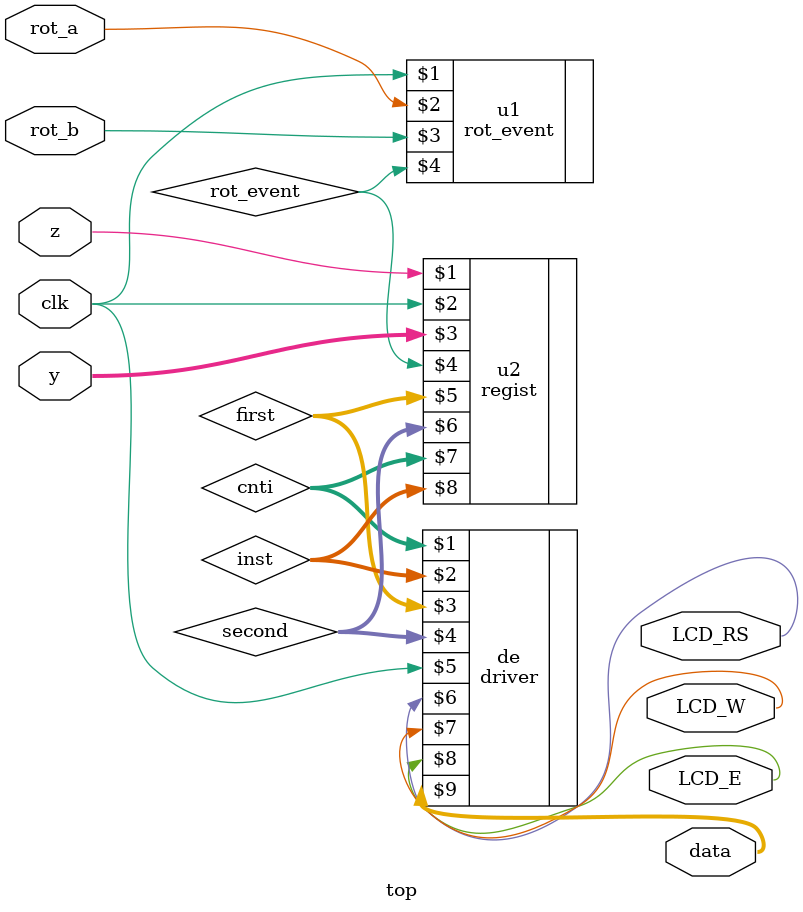
<source format=v>
`timescale 1ns / 1ps
module top(z,clk,rot_a,rot_b,y,LCD_RS,LCD_W,LCD_E,data
    );
input clk,rot_a,rot_b;
input [3:0] y;
input z;
output LCD_RS,LCD_W,LCD_E;
output [3:0] data;
wire LCD_RS,LCD_W,LCD_E;
wire [3:0] data;
wire rot_event;
wire [127:0] first;
wire [127:0] second;
wire [10:0] cnti;
wire [2:0] inst;
rot_event u1(clk,rot_a,rot_b,rot_event);
regist u2(z,clk,y,rot_event,first,second,cnti,inst);
driver de(cnti,inst,first,second,clk,LCD_RS,LCD_W,LCD_E,data);

endmodule
</source>
